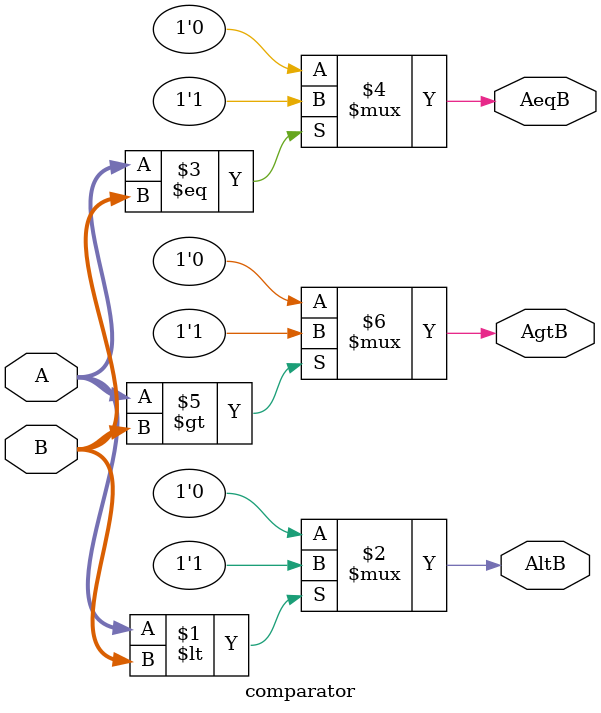
<source format=sv>


module comparator
#(
parameter WIDTH = 8 
)
(
input logic [WIDTH-1:0] A, B, // A and B unsigned numbers to compare
output logic AltB,            // asserted high if A < B
output logic AeqB,            // asserted high if A = B
output logic AgtB             // asserted high if A > B
); 

assign AltB = A < B ? 1'b1 : 1'b0; 
assign AeqB = A == B ? 1'b1 : 1'b0; 
assign AgtB = A > B ? 1'b1 : 1'b0; 


endmodule: comparator




</source>
